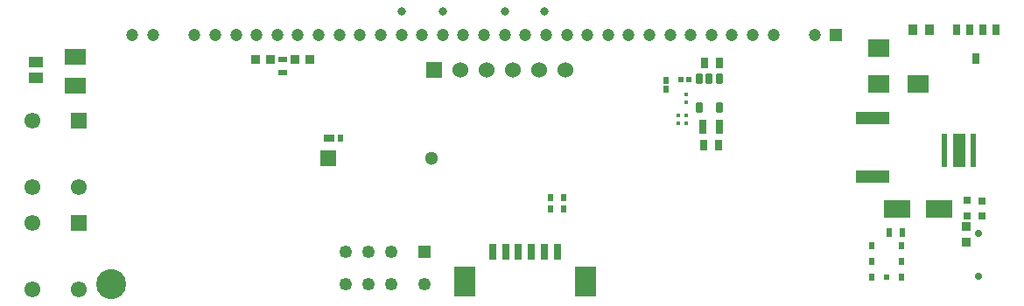
<source format=gbr>
%TF.GenerationSoftware,Altium Limited,Altium Designer,22.2.1 (43)*%
G04 Layer_Color=255*
%FSLAX26Y26*%
%MOIN*%
%TF.SameCoordinates,49CA406D-FE3E-4379-A0B2-47437619DC98*%
%TF.FilePolarity,Positive*%
%TF.FileFunction,Pads,Top*%
%TF.Part,Single*%
G01*
G75*
%TA.AperFunction,SMDPad,CuDef*%
%ADD10R,0.037402X0.037402*%
%ADD11R,0.035433X0.023622*%
%ADD12R,0.021654X0.019685*%
%ADD13R,0.023622X0.025591*%
%ADD14R,0.023622X0.031496*%
%ADD15R,0.024016X0.031496*%
%ADD16R,0.039764X0.031496*%
%ADD17R,0.023622X0.035433*%
%ADD18R,0.098425X0.066929*%
%ADD19R,0.029528X0.039370*%
%ADD20R,0.035433X0.039370*%
%ADD21C,0.031496*%
%ADD22R,0.126308X0.045468*%
%ADD23R,0.032000X0.032000*%
%ADD24R,0.031496X0.031496*%
%ADD25R,0.051181X0.129921*%
%ADD26R,0.019685X0.129921*%
%ADD27R,0.031496X0.055118*%
%ADD28R,0.017323X0.015748*%
%ADD29R,0.027559X0.039370*%
G04:AMPARAMS|DCode=30|XSize=23.622mil|YSize=39.37mil|CornerRadius=2.008mil|HoleSize=0mil|Usage=FLASHONLY|Rotation=0.000|XOffset=0mil|YOffset=0mil|HoleType=Round|Shape=RoundedRectangle|*
%AMROUNDEDRECTD30*
21,1,0.023622,0.035354,0,0,0.0*
21,1,0.019606,0.039370,0,0,0.0*
1,1,0.004016,0.009803,-0.017677*
1,1,0.004016,-0.009803,-0.017677*
1,1,0.004016,-0.009803,0.017677*
1,1,0.004016,0.009803,0.017677*
%
%ADD30ROUNDEDRECTD30*%
%ADD31R,0.082677X0.066929*%
%ADD32R,0.023622X0.027559*%
%ADD33R,0.023622X0.019685*%
%ADD34R,0.078740X0.118110*%
%ADD35R,0.031496X0.062992*%
%TA.AperFunction,ConnectorPad*%
%ADD36R,0.057087X0.039370*%
%TA.AperFunction,SMDPad,CuDef*%
%ADD37R,0.078740X0.062992*%
%TA.AperFunction,ComponentPad*%
%ADD47R,0.047244X0.047244*%
%ADD48C,0.047244*%
%ADD49R,0.064961X0.064961*%
%ADD50C,0.051181*%
%ADD51C,0.114173*%
%ADD52C,0.027559*%
%ADD53R,0.060000X0.060000*%
%ADD54C,0.060000*%
%ADD55C,0.049213*%
%ADD56R,0.049213X0.049213*%
%ADD57C,0.061024*%
%ADD58R,0.061024X0.061024*%
D10*
X1068543Y955000D02*
D03*
X1011457D02*
D03*
X1218543Y955000D02*
D03*
X1161457D02*
D03*
D11*
X1115005Y955590D02*
D03*
X1115005Y904409D02*
D03*
D12*
X2630236Y880000D02*
D03*
X2659764D02*
D03*
D13*
X2575000Y843268D02*
D03*
X2575000Y876732D02*
D03*
D14*
X2185591Y430001D02*
D03*
X2134410Y430001D02*
D03*
X2134409Y385000D02*
D03*
X2185591Y385000D02*
D03*
D15*
X1335394Y655000D02*
D03*
D16*
X1292481Y655000D02*
D03*
D17*
X3424410Y295004D02*
D03*
X3475591Y295005D02*
D03*
D18*
X3613742Y385000D02*
D03*
X3456259Y385001D02*
D03*
D19*
X3830001Y1070040D02*
D03*
X3780001Y1070038D02*
D03*
X3729999Y1070039D02*
D03*
X3679999Y1070039D02*
D03*
X3755001Y959999D02*
D03*
D20*
X3576496Y1069999D02*
D03*
X3513505Y1070000D02*
D03*
D21*
X2112224Y1140000D02*
D03*
X1960085D02*
D03*
X1725000D02*
D03*
X1568853D02*
D03*
D22*
X3359999Y508754D02*
D03*
X3360000Y731246D02*
D03*
D23*
X3719643Y259501D02*
D03*
X3719642Y319500D02*
D03*
D24*
X3777235Y357638D02*
D03*
Y416693D02*
D03*
X3720835Y358622D02*
D03*
X3720836Y417677D02*
D03*
D25*
X3690000Y610000D02*
D03*
D26*
X3634882Y610000D02*
D03*
X3745118Y610000D02*
D03*
D27*
X2713385Y699897D02*
D03*
X2776378Y699898D02*
D03*
D28*
X2652247Y710567D02*
D03*
X2652246Y740488D02*
D03*
X2619701Y740525D02*
D03*
Y710604D02*
D03*
X2651898Y790568D02*
D03*
X2651897Y820488D02*
D03*
D29*
X2773291Y627697D02*
D03*
X2718171Y627697D02*
D03*
X2721709Y943247D02*
D03*
X2776829Y943247D02*
D03*
D30*
X2776693Y772685D02*
D03*
X2701890Y772685D02*
D03*
X2701890Y880953D02*
D03*
X2739291Y880953D02*
D03*
X2776693Y880953D02*
D03*
D31*
X3385197Y861102D02*
D03*
X3534803D02*
D03*
X3385197Y998898D02*
D03*
D32*
X3472087Y125945D02*
D03*
Y185000D02*
D03*
Y244056D02*
D03*
X3357914D02*
D03*
Y185000D02*
D03*
Y125945D02*
D03*
D33*
X3415000D02*
D03*
D34*
X2269544Y109551D02*
D03*
X1806394Y109551D02*
D03*
D35*
X2160457Y220205D02*
D03*
X2111245Y220204D02*
D03*
X2062032Y220205D02*
D03*
X2012820Y220204D02*
D03*
X1963607Y220205D02*
D03*
X1914395Y220205D02*
D03*
D36*
X175000Y883504D02*
D03*
X175000Y946496D02*
D03*
D37*
X325000Y965118D02*
D03*
Y854882D02*
D03*
D47*
X3220000Y1050000D02*
D03*
D48*
X3141260Y1050000D02*
D03*
X2983779Y1050000D02*
D03*
X2905040D02*
D03*
X2826299Y1050000D02*
D03*
X2747559Y1050000D02*
D03*
X2668819Y1050000D02*
D03*
X2590078Y1050001D02*
D03*
X2511338Y1050000D02*
D03*
X2432599Y1050000D02*
D03*
X2353858Y1050000D02*
D03*
X2275118Y1050000D02*
D03*
X2196377D02*
D03*
X2117637D02*
D03*
X2038898Y1050001D02*
D03*
X1960157Y1050000D02*
D03*
X1881417Y1050001D02*
D03*
X1802677Y1050000D02*
D03*
X1723936Y1049999D02*
D03*
X1645196D02*
D03*
X1566456Y1050000D02*
D03*
X1487716Y1050000D02*
D03*
X1408976Y1050000D02*
D03*
X1330235Y1050000D02*
D03*
X1251495Y1050000D02*
D03*
X1172756Y1050000D02*
D03*
X1094015Y1050001D02*
D03*
X1015275Y1050000D02*
D03*
X936534D02*
D03*
X857795Y1050000D02*
D03*
X779054Y1049999D02*
D03*
X621574Y1050000D02*
D03*
X542834Y1050001D02*
D03*
D49*
X1288150Y580000D02*
D03*
D50*
X1681851Y579999D02*
D03*
D51*
X460000Y100000D02*
D03*
D52*
X3763544Y291693D02*
D03*
X3763543Y128307D02*
D03*
D53*
X1690000Y915000D02*
D03*
D54*
X1790000D02*
D03*
X1890000Y914999D02*
D03*
X1990000Y915000D02*
D03*
X2090000Y915000D02*
D03*
X2190000Y915000D02*
D03*
D55*
X1355394Y97008D02*
D03*
X1442008Y97008D02*
D03*
X1528622Y97008D02*
D03*
X1355393Y222992D02*
D03*
X1442008D02*
D03*
X1528622Y222992D02*
D03*
X1654606Y97008D02*
D03*
D56*
X1654607Y222992D02*
D03*
D57*
X161417Y467047D02*
D03*
Y722953D02*
D03*
X338583Y467047D02*
D03*
X161417Y77047D02*
D03*
Y332953D02*
D03*
X338583Y77047D02*
D03*
D58*
Y722953D02*
D03*
Y332953D02*
D03*
%TF.MD5,ce9ed28d1a4535fada9c7b7a2504bd75*%
M02*

</source>
